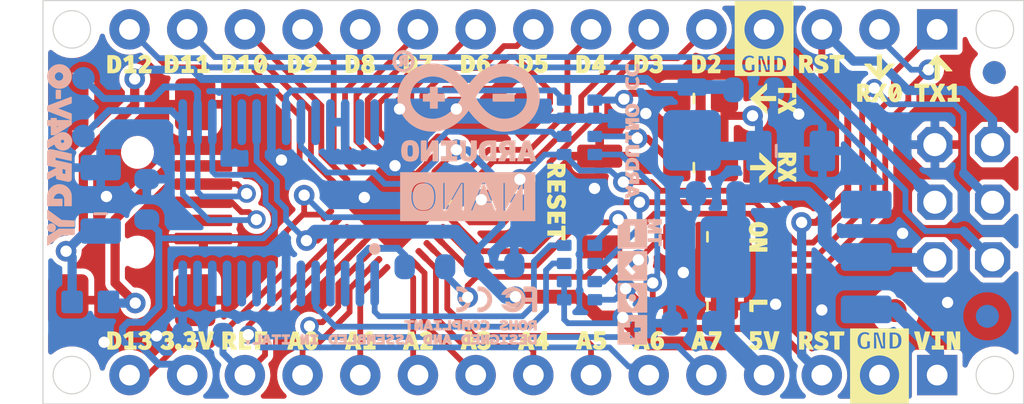
<source format=kicad_pcb>
(kicad_pcb (version 20241229) (generator "pcbnew") (generator_version "9.0")
  (layers (0 "F.Cu" signal) (2 "B.Cu" signal) (13 "F.Paste" user) (15 "B.Paste" user) (5 "F.SilkS" user "F.Silkscreen") (7 "B.SilkS" user "B.Silkscreen") (1 "F.Mask" user) (3 "B.Mask" user) (25 "Edge.Cuts" user))
  (net 0 "")
  (net 1 "/AREF")
  (net 2 "/RESET")
  (net 3 "Net-(C4-Pad2)")
  (net 4 "Net-(D+0-PadX)")
  (net 5 "Net-(D-0-PadX)")
  (net 6 "Net-(F1-Pad2)")
  (net 7 "/RX")
  (net 9 "/TX")
  (net 19 "Net-(IC1-Pad22)")
  (net 20 "Net-(IC1-Pad23)")
  (net 24 "COM")
  (net 25 "+5V")
  (net 26 "VIN")
  (net 27 "3V3")
  (net 28 "/D3")
  (net 29 "VUSB")
  (net 30 "/D4")
  (net 31 "Net-(IC3-Pad7)")
  (net 32 "Net-(IC3-Pad8)")
  (net 33 "/D5")
  (net 34 "/D6")
  (net 35 "/D7")
  (net 36 "/D8")
  (net 37 "/D9")
  (net 38 "/D10")
  (net 39 "/D11{slash}MOSI")
  (net 40 "/D12{slash}MISO")
  (net 41 "/D13{slash}SCK")
  (net 42 "/A6")
  (net 43 "/A7")
  (net 44 "/A0")
  (net 45 "/A1")
  (net 46 "/A2")
  (net 47 "/A3")
  (net 48 "/A4")
  (net 49 "/A5")
  (net 50 "/D0{slash}RX")
  (net 51 "/D1{slash}TX")
  (net 52 "/D2")
  (net 54 "Net-(PWR0-Pad1)")
  (net 55 "Net-(L0-Pad1)")
  (net 56 "Net-(RP2-Pad5)")
  (net 57 "Net-(RP2-Pad7)")
  (footprint "NanoV3.3:Fiducial_1mm_Mask1.5mm" (layer "F.Cu") (at 167.6146 95.885)
    (property "Reference" "FD2" (hide yes))
    (property "Value" "DNP" (hide yes))
  )
  (footprint "NanoV3.3:LED_0805_2012Metric" (layer "F.Cu") (at 154.686 97.028 90)
    (property "Reference" "TX0" (hide yes))
    (property "Value" "Green" (hide yes))
  )
  (footprint "NanoV3.3:Silkscreen_Front" (layer "F.Cu") (at 147.32 101.6)
    (property "Reference" "Silkscreen_Front" (hide yes))
    (property "Value" "Silkscreen_Back" (hide yes))
  )
  (footprint "NanoV3.3:LED_0805_2012Metric" (layer "F.Cu") (at 154.686 100.076 90)
    (property "Reference" "RX0" (hide yes))
    (property "Value" "Red" (hide yes))
  )
  (footprint "NanoV3.3:LED_0805_2012Metric" (layer "F.Cu") (at 154.686 103.124 -90)
    (property "Reference" "PWR0" (hide yes))
    (property "Value" "Green" (hide yes))
  )
  (footprint "NanoV3.3:Resonator_SMD_Murata_CSTxExxV-3Pin_3.0x1.1mm" (layer "F.Cu") (at 146.5834 97.2836 -45)
    (property "Reference" "Y1" (hide yes))
    (property "Value" "16MHz" (hide yes))
  )
  (footprint "NanoV3.3:USB_Mini-B_Lumberg_2486_01_Horizontal" (layer "F.Cu") (at 132.7912 103.2002 90)
    (property "Reference" "J3" (hide yes))
    (property "Value" "Conn_Mini_USB" (hide yes))
  )
  (footprint "NanoV3.3:TestPoint_Pad_D1.0mm" (layer "F.Cu") (at 127.508 98.679)
    (property "Reference" "D+0" (hide yes))
    (property "Value" "DNP" (hide yes))
  )
  (footprint "NanoV3.3:LED_0805_2012Metric" (layer "F.Cu") (at 154.686 106.172 -90)
    (property "Reference" "L0" (hide yes))
    (property "Value" "Yellow" (hide yes))
  )
  (footprint "NanoV3.3:SW_SPST_3.9x2.9mm" (layer "F.Cu") (at 150.241 99.568 -90)
    (property "Reference" "SW1" (hide yes))
    (property "Value" "RESET" (hide yes))
  )
  (footprint "NanoV3.3:VQFN-32-1EP_5x5mm_P0.5mm_EP3.254x3.254mm" (layer "F.Cu") (at 141.224 101.6508 -135)
    (property "Reference" "IC3" (hide yes))
    (property "Value" "328P-MUR" (hide yes))
  )
  (footprint "NanoV3.3:TestPoint_Pad_D1.0mm" (layer "F.Cu") (at 127.508 96.139)
    (property "Reference" "D-0" (hide yes))
    (property "Value" "DNP" (hide yes))
  )
  (footprint "NanoV3.3:PinHeader_2x3_P2.54mm_Vertical" (layer "F.Cu") (at 166.2684 101.6 90)
    (property "Reference" "J4" (hide yes))
    (property "Value" "Conn_2x3" (hide yes))
  )
  (footprint "NanoV3.3:Fiducial_1mm_Mask1.5mm" (layer "F.Cu") (at 163.2458 106.3752 -90)
    (property "Reference" "FD1" (hide yes))
    (property "Value" "DNP" (hide yes))
  )
  (footprint "NanoV3.3:C_0603_1608Metric" (layer "B.Cu") (at 154.305 106.934 180)
    (property "Reference" "C8" (hide yes))
    (property "Value" "1uF" (hide yes))
  )
  (footprint "NanoV3.3:C_0603_1608Metric" (layer "B.Cu") (at 145.5928 104.3686)
    (property "Reference" "C3" (hide yes))
    (property "Value" "1uF" (hide yes))
  )
  (footprint "NanoV3.3:Fiducial_1mm_Mask1.5mm" (layer "B.Cu") (at 167.3098 106.6292 90)
    (property "Reference" "FD3" (hide yes))
    (property "Value" "DNP" (hide yes))
  )
  (footprint "NanoV3.3:DO-220AA" (layer "B.Cu") (at 154.305 98.171 90)
    (property "Reference" "D1" (hide yes))
    (property "Value" "SS1P3L" (hide yes))
  )
  (footprint "NanoV3.3:PinHeader_1x15_P2.54mm_Vertical" (layer "B.Cu") (at 147.32 93.98 180)
    (property "Reference" "J1" (hide yes))
    (property "Value" "Conn_1x15" (hide yes))
  )
  (footprint "NanoV3.3:C_0603_1608Metric" (layer "B.Cu") (at 142.5448 104.4448 180)
    (property "Reference" "C4" (hide yes))
    (property "Value" "100nF" (hide yes))
  )
  (footprint "NanoV3.3:R_CAY16-4" (layer "B.Cu") (at 149.352 98.298 90)
    (property "Reference" "RP2" (hide yes))
    (property "Value" "1K" (hide yes))
  )
  (footprint "NanoV3.3:C_0603_1608Metric" (layer "B.Cu") (at 157.0228 96.647)
    (property "Reference" "C9" (hide yes))
    (property "Value" "100nF" (hide yes))
  )
  (footprint "NanoV3.3:C_0603_1608Metric" (layer "B.Cu") (at 132.765 107.4674 180)
    (property "Reference" "C1" (hide yes))
    (property "Value" "100nF" (hide yes))
  )
  (footprint "NanoV3.3:CP_EIA-3216-18_Kemet-A" (layer "B.Cu") (at 128.27 102.87 90)
    (property "Reference" "C2" (hide yes))
    (property "Value" "4,7uF_16V" (hide yes))
  )
  (footprint "NanoV3.3:PinHeader_1x15_P2.54mm_Vertical" (layer "B.Cu") (at 147.32 109.22 180)
    (property "Reference" "J2" (hide yes))
    (property "Value" "Conn_1x15" (hide yes))
  )
  (footprint "NanoV3.3:Fiducial_1mm_Mask1.5mm" (layer "B.Cu") (at 167.6146 95.885 90)
    (property "Reference" "FD4" (hide yes))
    (property "Value" "DNP" (hide yes))
  )
  (footprint "NanoV3.3:R_CAY16-4" (layer "B.Cu") (at 149.352 104.6988 -90)
    (property "Reference" "RP1" (hide yes))
    (property "Value" "1K" (hide yes))
  )
  (footprint "NanoV3.3:SOT-223" (layer "B.Cu") (at 158.877 104.013 -90)
    (property "Reference" "IC2" (hide yes))
    (property "Value" "LM1117IMPX-5.0" (hide yes))
  )
  (footprint "NanoV3.3:SSOP-28_5.3x10.2mm_P0.65mm" (layer "B.Cu") (at 140.335 105.1814 180)
    (property "Reference" "IC1" (hide yes))
    (property "Value" "FT232RL" (hide yes))
  )
  (footprint "NanoV3.3:Fuse_0603_1608Metric" (layer "B.Cu") (at 127.8128 105.9942)
    (property "Reference" "F1" (hide yes))
    (property "Value" "MFFSMF050" (hide yes))
  )
  (footprint "NanoV3.3:C_0603_1608Metric" (layer "B.Cu") (at 130.302 101.473 -90)
    (property "Reference" "C6" (hide yes))
    (property "Value" "100nF" (hide yes))
  )
  (footprint "NanoV3.3:CP_EIA-3216-18_Kemet-A" (layer "B.Cu") (at 157.2514 99.3394)
    (property "Reference" "C5" (hide yes))
    (property "Value" "4,7uF_16V" (hide yes))
  )
  (footprint "NanoV3.3:Silkscreen_Back" (layer "B.Cu") (at 147.32 101.6 180)
    (property "Reference" "Silkscreen_Back" (hide yes))
    (property "Value" "Silkscreen_Front" (hide yes))
  )
  (footprint "NanoV3.3:C_0603_1608Metric" (layer "B.Cu") (at 155.3718 101.219 180)
    (property "Reference" "C7" (hide yes))
    (property "Value" "1uF" (hide yes))
  )
  (gr_circle (center 167.64 109.22) (end 168.4655 109.22) (stroke (width 0.05)) (fill no) (layer "Edge.Cuts"))
  (gr_line (start 125.73 92.71) (end 125.73 110.49) (stroke (width 0.05)) (layer "Edge.Cuts"))
  (gr_circle (center 127 109.22) (end 127.8255 109.22) (stroke (width 0.05)) (fill no) (layer "Edge.Cuts"))
  (gr_line (start 168.91 110.49) (end 168.91 92.71) (stroke (width 0.05)) (layer "Edge.Cuts"))
  (gr_circle (center 127 93.98) (end 127.8255 93.98) (stroke (width 0.05)) (fill no) (layer "Edge.Cuts"))
  (gr_circle (center 167.64 93.98) (end 168.4655 93.98) (stroke (width 0.05)) (fill no) (layer "Edge.Cuts"))
  (gr_line (start 168.91 92.71) (end 125.73 92.71) (stroke (width 0.05)) (layer "Edge.Cuts"))
  (gr_line (start 125.73 110.49) (end 168.91 110.49) (stroke (width 0.05)) (layer "Edge.Cuts"))
  (segment (start 139.314812 103.206435) (end 135.508999 107.012248) (width 0.254) (layer "F.Cu") (net 1))
  (segment (start 135.508999 108.331001) (end 134.62 109.22) (width 0.254) (layer "F.Cu") (net 1))
  (segment (start 135.508999 107.012248) (end 135.508999 108.331001) (width 0.254) (layer "F.Cu") (net 1))
  (segment (start 133.654 107.4674) (end 133.654 108.254) (width 0.3048) (layer "B.Cu") (net 1))
  (segment (start 133.654 108.254) (end 134.62 109.22) (width 0.3048) (layer "B.Cu") (net 1))
  (segment (start 157.988 107.1626) (end 160.02 109.22) (width 0.3048) (layer "F.Cu") (net 2))
  (segment (start 152.781 107.1626) (end 152.273 106.68) (width 0.3048) (layer "F.Cu") (net 2))
  (segment (start 149.63 104.89) (end 144.81675 104.89) (width 0.254) (layer "F.Cu") (net 2))
  (segment (start 161.163 97.155) (end 161.163 101.092) (width 0.3048) (layer "F.Cu") (net 2))
  (segment (start 160.02 93.98) (end 160.02 96.012) (width 0.3048) (layer "F.Cu") (net 2))
  (segment (start 144.43 105.79) (end 144.43 105.27675) (width 0.254) (layer "F.Cu") (net 2))
  (segment (start 152.781 107.1626) (end 157.988 107.1626) (width 0.3048) (layer "F.Cu") (net 2))
  (segment (start 160.02 96.012) (end 161.163 97.155) (width 0.3048) (layer "F.Cu") (net 2))
  (segment (start 150.241 104.267) (end 150.241 103.5685) (width 0.3048) (layer "F.Cu") (net 2))
  (segment (start 151.384 105.41) (end 152.273 106.299) (width 0.3048) (layer "F.Cu") (net 2))
  (segment (start 152.273 106.299) (end 152.273 106.68) (width 0.3048) (layer "F.Cu") (net 2))
  (segment (start 159.766 102.489) (end 159.131 102.489) (width 0.3048) (layer "F.Cu") (net 2))
  (segment (start 144.81675 104.89) (end 143.133187 103.206438) (width 0.254) (layer "F.Cu") (net 2))
  (segment (start 151.384 105.41) (end 150.241 104.267) (width 0.3048) (layer "F.Cu") (net 2))
  (segment (start 144.43 105.27675) (end 144.81675 104.89) (width 0.254) (layer "F.Cu") (net 2))
  (segment (start 149.63 104.89) (end 150.241 104.279) (width 0.254) (layer "F.Cu") (net 2))
  (segment (start 161.163 101.092) (end 159.766 102.489) (width 0.3048) (layer "F.Cu") (net 2))
  (via (at 159.131 102.489) (size 0.9064) (drill 0.5) (layers "F.Cu" "B.Cu") (net 2))
  (via (at 151.384 105.41) (size 0.9064) (drill 0.5) (layers "F.Cu" "B.Cu") (net 2))
  (via (at 144.43 105.79) (size 0.9064) (drill 0.5) (layers "F.Cu" "B.Cu") (net 2))
  (segment (start 143.4338 104.4448) (end 143.4338 104.7938) (width 0.3048) (layer "B.Cu") (net 2))
  (segment (start 143.4338 104.7938) (end 144.43 105.79) (width 0.3048) (layer "B.Cu") (net 2))
  (segment (start 162.5092 95.377) (end 163.8046 96.6724) (width 0.4064) (layer "B.Cu") (net 2))
  (segment (start 167.5384 99.06) (end 167.5384 97.9678) (width 0.4064) (layer "B.Cu") (net 2))
  (segment (start 167.5384 97.9678) (end 166.243 96.6724) (width 0.4064) (layer "B.Cu") (net 2))
  (segment (start 161.417 95.377) (end 162.5092 95.377) (width 0.4064) (layer "B.Cu") (net 2))
  (segment (start 159.131 108.331) (end 160.02 109.22) (width 0.4064) (layer "B.Cu") (net 2))
  (segment (start 159.131 102.489) (end 159.131 108.331) (width 0.4064) (layer "B.Cu") (net 2))
  (segment (start 160.02 93.98) (end 161.417 95.377) (width 0.4064) (layer "B.Cu") (net 2))
  (segment (start 150.8952 105.8988) (end 151.384 105.41) (width 0.254) (layer "B.Cu") (net 2))
  (segment (start 150.027 105.8988) (end 150.8952 105.8988) (width 0.254) (layer "B.Cu") (net 2))
  (segment (start 163.8046 96.6724) (end 166.243 96.6724) (width 0.4064) (layer "B.Cu") (net 2))
  (segment (start 141.351 103.632) (end 141.6558 103.9368) (width 0.3048) (layer "B.Cu") (net 3))
  (segment (start 139.6848 104.025717) (end 139.6848 105.1814) (width 0.3048) (layer "B.Cu") (net 3))
  (segment (start 140.078517 103.632) (end 139.6848 104.025717) (width 0.3048) (layer "B.Cu") (net 3))
  (segment (start 141.351 103.632) (end 140.078517 103.632) (width 0.3048) (layer "B.Cu") (net 3))
  (segment (start 141.6558 103.9368) (end 141.6558 104.4448) (width 0.3048) (layer "B.Cu") (net 3))
  (segment (start 134.467981 102.0318) (end 134.7978 102.0318) (width 0.254) (layer "F.Cu") (net 4))
  (segment (start 134.036381 101.6002) (end 134.467981 102.0318) (width 0.254) (layer "F.Cu") (net 4))
  (segment (start 132.7912 101.6002) (end 134.036381 101.6002) (width 0.254) (layer "F.Cu") (net 4))
  (segment (start 134.7978 102.0318) (end 135.128 102.362) (width 0.254) (layer "F.Cu") (net 4))
  (via (at 135.128 102.362) (size 0.8128) (drill 0.5) (layers "F.Cu" "B.Cu") (net 4))
  (segment (start 131.8895 98.171) (end 131.8895 101.2495) (width 0.254) (layer "B.Cu") (net 4))
  (segment (start 131.3769 97.5614) (end 131.8849 98.0694) (width 0.3048) (layer "B.Cu") (net 4))
  (segment (start 133.03 102.39) (end 135.1 102.39) (width 0.254) (layer "B.Cu") (net 4))
  (segment (start 131.8895 101.2495) (end 133.03 102.39) (width 0.254) (layer "B.Cu") (net 4))
  (segment (start 127.508 98.679) (end 128.6256 97.5614) (width 0.3048) (layer "B.Cu") (net 4))
  (segment (start 128.6256 97.5614) (end 131.3769 97.5614) (width 0.3048) (layer "B.Cu") (net 4))
  (segment (start 135.1 102.39) (end 135.128 102.362) (width 0.254) (layer "B.Cu") (net 4))
  (segment (start 132.7912 100.8002) (end 134.2774 100.8002) (width 0.254) (layer "F.Cu") (net 5))
  (segment (start 134.2774 100.8002) (end 134.6962 101.219) (width 0.254) (layer "F.Cu") (net 5))
  (via (at 134.6962 101.219) (size 0.8128) (drill 0.5) (layers "F.Cu" "B.Cu") (net 5))
  (segment (start 128.397 97.028) (end 127.508 96.139) (width 0.3048) (layer "B.Cu") (net 5))
  (segment (start 132.5352 98.0694) (end 132.5352 96.7212) (width 0.3048) (layer "B.Cu") (net 5))
  (segment (start 131.064 96.52) (end 132.334 96.52) (width 0.3048) (layer "B.Cu") (net 5))
  (segment (start 131.064 96.52) (end 130.556 97.028) (width 0.3048) (layer "B.Cu") (net 5))
  (segment (start 132.7404 101.346) (end 134.5692 101.346) (width 0.254) (layer "B.Cu") (net 5))
  (segment (start 132.5372 101.1428) (end 132.7404 101.346) (width 0.254) (layer "B.Cu") (net 5))
  (segment (start 134.5692 101.346) (end 134.6962 101.219) (width 0.254) (layer "B.Cu") (net 5))
  (segment (start 130.556 97.028) (end 128.397 97.028) (width 0.3048) (layer "B.Cu") (net 5))
  (segment (start 132.5352 96.7212) (end 132.334 96.52) (width 0.3048) (layer "B.Cu") (net 5))
  (segment (start 132.5372 98.0567) (end 132.5372 101.1428) (width 0.254) (layer "B.Cu") (net 5))
  (segment (start 132.7912 100.0002) (end 131.2668 100.0002) (width 0.4064) (layer "F.Cu") (net 6))
  (segment (start 128.905 105.156) (end 129.794 106.045) (width 0.4064) (layer "F.Cu") (net 6))
  (segment (start 131.2668 100.0002) (end 128.905 102.362) (width 0.4064) (layer "F.Cu") (net 6))
  (segment (start 128.905 102.362) (end 128.905 105.156) (width 0.4064) (layer "F.Cu") (net 6))
  (via (at 129.794 106.045) (size 0.9064) (drill 0.5) (layers "F.Cu" "B.Cu") (net 6))
  (segment (start 128.6636 106.045) (end 129.794 106.045) (width 0.4064) (layer "B.Cu") (net 6))
  (segment (start 140.5382 106.6292) (end 146.8374 106.6292) (width 0.254) (layer "B.Cu") (net 7))
  (segment (start 148.677 103.4988) (end 148.0628 103.4988) (width 0.254) (layer "B.Cu") (net 7))
  (segment (start 147.3454 106.1212) (end 147.3454 104.2162) (width 0.254) (layer "B.Cu") (net 7))
  (segment (start 146.8374 106.6292) (end 147.3454 106.1212) (width 0.254) (layer "B.Cu") (net 7))
  (segment (start 140.335 106.426) (end 140.5382 106.6292) (width 0.254) (layer "B.Cu") (net 7))
  (segment (start 148.0628 103.4988) (end 147.3454 104.2162) (width 0.254) (layer "B.Cu") (net 7))
  (segment (start 140.335 106.426) (end 140.335 105.1814) (width 0.254) (layer "B.Cu") (net 7))
  (segment (start 148.1772 104.2988) (end 148.677 104.2988) (width 0.254) (layer "B.Cu") (net 9))
  (segment (start 138.6078 107.0864) (end 147.1676 107.0864) (width 0.254) (layer "B.Cu") (net 9))
  (segment (start 147.1676 107.0864) (end 147.8788 106.3752) (width 0.254) (layer "B.Cu") (net 9))
  (segment (start 147.8788 106.3752) (end 147.8788 104.5972) (width 0.254) (layer "B.Cu") (net 9))
  (segment (start 147.8788 104.5972) (end 148.1772 104.2988) (width 0.254) (layer "B.Cu") (net 9))
  (segment (start 137.7348 105.1814) (end 137.7348 106.2134) (width 0.254) (layer "B.Cu") (net 9))
  (segment (start 137.7348 106.2134) (end 138.6078 107.0864) (width 0.254) (layer "B.Cu") (net 9))
  (segment (start 148.677 97.098) (end 148.2514 96.6724) (width 0.254) (layer "B.Cu") (net 19))
  (segment (start 136.6774 96.6724) (end 136.4353 96.9145) (width 0.254) (layer "B.Cu") (net 19))
  (segment (start 148.2514 96.6724) (end 136.6774 96.6724) (width 0.254) (layer "B.Cu") (net 19))
  (segment (start 136.4353 96.9145) (end 136.4353 98.0694) (width 0.254) (layer "B.Cu") (net 19))
  (segment (start 140.28 100.29) (end 138.23 100.29) (width 0.254) (layer "B.Cu") (net 20))
  (segment (start 148.658 98.679) (end 148.319 98.679) (width 0.254) (layer "B.Cu") (net 20))
  (segment (start 137.0851 99.1451) (end 138.23 100.29) (width 0.254) (layer "B.Cu") (net 20))
  (segment (start 140.78 100.79) (end 140.28 100.29) (width 0.254) (layer "B.Cu") (net 20))
  (segment (start 141.98 100.79) (end 140.78 100.79) (width 0.254) (layer "B.Cu") (net 20))
  (segment (start 148.13 98.49) (end 143.53 98.49) (width 0.254) (layer "B.Cu") (net 20))
  (segment (start 143.03 99.74) (end 143.03 98.99) (width 0.254) (layer "B.Cu") (net 20))
  (segment (start 137.0851 98.0694) (end 137.0851 99.1451) (width 0.254) (layer "B.Cu") (net 20))
  (segment (start 141.98 100.79) (end 143.03 99.74) (width 0.254) (layer "B.Cu") (net 20))
  (segment (start 148.658 98.679) (end 148.677 98.698) (width 0.254) (layer "B.Cu") (net 20))
  (segment (start 143.03 98.99) (end 143.53 98.49) (width 0.254) (layer "B.Cu") (net 20))
  (segment (start 148.319 98.679) (end 148.13 98.49) (width 0.254) (layer "B.Cu") (net 20))
  (segment (start 142.779635 99.741612) (end 141.224 101.297247) (width 0.254) (layer "F.Cu") (net 24))
  (segment (start 132.7912 103.2002) (end 132.7912 103.8606) (width 0.4064) (layer "F.Cu") (net 24))
  (segment (start 142.28466 101.6508) (end 141.224 101.6508) (width 0.254) (layer "F.Cu") (net 24))
  (segment (start 143.486742 100.448718) (end 142.28466 101.6508) (width 0.254) (layer "F.Cu") (net 24))
  (segment (start 141.224 102.004353) (end 141.224 101.6508) (width 0.254) (layer "F.Cu") (net 24))
  (segment (start 132.4312 104.2206) (end 132.7912 103.8606) (width 0.4064) (layer "F.Cu") (net 24))
  (segment (start 132.4312 105.9177) (end 132.4312 104.2206) (width 0.4064) (layer "F.Cu") (net 24))
  (segment (start 141.224 101.297247) (end 141.224 101.6508) (width 0.254) (layer "F.Cu") (net 24))
  (segment (start 139.668365 103.559988) (end 141.224 102.004353) (width 0.254) (layer "F.Cu") (net 24))
  (via (at 141.23 99.99) (size 0.9064) (drill 0.5) (layers "F.Cu" "B.Cu") (net 24))
  (via (at 165.5572 106.0196) (size 0.9064) (drill 0.5) (layers "F.Cu" "B.Cu") (net 24))
  (via (at 150.0124 100.9904) (size 0.8128) (drill 0.5) (layers "F.Cu" "B.Cu") (net 24))
  (via (at 141.43 97.49) (size 0.9064) (drill 0.5) (layers "F.Cu" "B.Cu") (net 24))
  (via (at 157.988 106.0958) (size 0.8128) (drill 0.5) (layers "F.Cu" "B.Cu") (net 24))
  (via (at 139.88 101.39) (size 0.9064) (drill 0.5) (layers "F.Cu" "B.Cu") (net 24))
  (via (at 128.524 101.346) (size 0.9064) (drill 0.5) (layers "F.Cu" "B.Cu") (net 24))
  (via (at 143.93 97.49) (size 0.9064) (drill 0.5) (layers "F.Cu" "B.Cu") (net 24))
  (via (at 152.273 97.6884) (size 0.8128) (drill 0.5) (layers "F.Cu" "B.Cu") (net 24))
  (via (at 153.924 104.6988) (size 0.8128) (drill 0.5) (layers "F.Cu" "B.Cu") (net 24))
  (via (at 130.73 107.49) (size 0.9064) (drill 0.5) (layers "F.Cu" "B.Cu") (net 24))
  (via (at 128.4224 107.7722) (size 0.8128) (drill 0.5) (layers "F.Cu" "B.Cu") (net 24))
  (via (at 163.576 102.9716) (size 0.8128) (drill 0.5) (layers "F.Cu" "B.Cu") (net 24))
  (via (at 136.23 99.74) (size 0.9064) (drill 0.5) (layers "F.Cu" "B.Cu") (net 24))
  (via (at 160.02 106.3498) (size 0.8128) (drill 0.5) (layers "F.Cu" "B.Cu") (net 24))
  (via (at 159.004 97.7138) (size 0.8128) (drill 0.5) (layers "F.Cu" "B.Cu") (net 24))
  (segment (start 148.677 97.898) (end 150.027 97.898) (width 0.4064) (layer "B.Cu") (net 24))
  (segment (start 155.736011 100.076) (end 155.736011 97.028) (width 0.3556) (layer "F.Cu") (net 25))
  (segment (start 152.4 107.823) (end 151.257 106.68) (width 0.6096) (layer "F.Cu") (net 25))
  (segment (start 156.21 107.823) (end 157.48 109.22) (width 0.6096) (layer "F.Cu") (net 25))
  (segment (start 143.93 99.298353) (end 143.93 99.29) (width 0.254) (layer "F.Cu") (net 25))
  (segment (start 152.4 107.823) (end 156.21 107.823) (width 0.6096) (layer "F.Cu") (net 25))
  (segment (start 150.2156 106.68) (end 151.257 106.68) (width 0.6096) (layer "F.Cu") (net 25))
  (segment (start 146.5326 105.7656) (end 149.3012 105.7656) (width 0.6096) (layer "F.Cu") (net 25))
  (segment (start 143.133188 100.095165) (end 143.93 99.298353) (width 0.254) (layer "F.Cu") (net 25))
  (segment (start 138.607705 102.499328) (end 137.817033 103.29) (width 0.254) (layer "F.Cu") (net 25))
  (segment (start 156.972 97.79) (end 155.736011 97.79) (width 0.3556) (layer "F.Cu") (net 25))
  (segment (start 150.2156 106.68) (end 149.3012 105.7656) (width 0.6096) (layer "F.Cu") (net 25))
  (segment (start 143.3444 98.7044) (end 143.93 99.29) (width 0.254) (layer "F.Cu") (net 25))
  (segment (start 137.817033 103.29) (end 137.33 103.29) (width 0.254) (layer "F.Cu") (net 25))
  (segment (start 142.426082 99.388058) (end 143.10974 98.7044) (width 0.254) (layer "F.Cu") (net 25))
  (segment (start 143.10974 98.7044) (end 143.3444 98.7044) (width 0.254) (layer "F.Cu") (net 25))
  (via (at 143.93 99.29) (size 0.9064) (drill 0.5) (layers "F.Cu" "B.Cu") (net 25))
  (via (at 156.972 97.79) (size 0.9064) (drill 0.5) (layers "F.Cu" "B.Cu") (net 25))
  (via (at 151.257 106.68) (size 0.9064) (drill 0.5) (layers "F.Cu" "B.Cu") (net 25))
  (via (at 137.33 103.29) (size 0.9064) (drill 0.5) (layers "F.Cu" "B.Cu") (net 25))
  (via (at 146.5326 105.7656) (size 0.9064) (drill 0.5) (layers "F.Cu" "B.Cu") (net 25))
  (segment (start 148.677 105.0988) (end 148.677 105.8988) (width 0.254) (layer "B.Cu") (net 25))
  (segment (start 156.2608 101.219) (end 157.988 101.219) (width 0.8128) (layer "B.Cu") (net 25))
  (segment (start 157.2514 98.0694) (end 157.2514 99.3394) (width 0.3556) (layer "B.Cu") (net 25))
  (segment (start 135.1351 98.0694) (end 135.1351 99.7849) (width 0.254) (layer "B.Cu") (net 25))
  (segment (start 146.1008 105.7656) (end 144.7038 104.3686) (width 0.6096) (layer "B.Cu") (net 25))
  (segment (start 151.003 106.934) (end 151.257 106.68) (width 0.254) (layer "B.Cu") (net 25))
  (segment (start 154.305 98.871) (end 154.7734 99.3394) (width 0.8128) (layer "B.Cu") (net 25))
  (segment (start 159.385 101.219) (end 157.988 101.219) (width 0.6096) (layer "B.Cu") (net 25))
  (segment (start 162.1028 104.14) (end 164.9984 104.14) (width 0.6096) (layer "B.Cu") (net 25))
  (segment (start 136.43 102.39) (end 137.33 103.29) (width 0.254) (layer "B.Cu") (net 25))
  (segment (start 155.778 107.518) (end 157.48 109.22) (width 0.8128) (layer "B.Cu") (net 25))
  (segment (start 161.9758 104.013) (end 160.909 104.013) (width 0.6096) (layer "B.Cu") (net 25))
  (segment (start 145.93 102.59) (end 145.93 100.79) (width 0.3048) (layer "B.Cu") (net 25))
  (segment (start 155.778 104.013) (end 155.778 107.518) (width 0.8128) (layer "B.Cu") (net 25))
  (segment (start 136.03 101.49) (end 136.03 100.6798) (width 0.254) (layer "B.Cu") (net 25))
  (segment (start 136.43 101.89) (end 136.03 101.49) (width 0.254) (layer "B.Cu") (net 25))
  (segment (start 137.723 102.897) (end 137.33 103.29) (width 0.6096) (layer "B.Cu") (net 25))
  (segment (start 145.7364 102.7836) (end 145.93 102.59) (width 0.3048) (layer "B.Cu") (net 25))
  (segment (start 136.43 101.89) (end 136.43 102.39) (width 0.254) (layer "B.Cu") (net 25))
  (segment (start 157.2514 99.3394) (end 157.2514 101.219) (width 0.8128) (layer "B.Cu") (net 25))
  (segment (start 144.7038 103.8098) (end 144.7038 104.3686) (width 0.6096) (layer "B.Cu") (net 25))
  (segment (start 160.147 103.251) (end 160.147 101.981) (width 0.6096) (layer "B.Cu") (net 25))
  (segment (start 145.73 102.7836) (end 145.7364 102.7836) (width 0.3048) (layer "B.Cu") (net 25))
  (segment (start 160.909 104.013) (end 160.147 103.251) (width 0.6096) (layer "B.Cu") (net 25))
  (segment (start 154.7734 99.3394) (end 157.2514 99.3394) (width 0.8128) (layer "B.Cu") (net 25))
  (segment (start 156.2608 101.219) (end 156.2608 103.5302) (width 0.8128) (layer "B.Cu") (net 25))
  (segment (start 138.384991 105.1814) (end 138.384991 102.897) (width 0.3048) (layer "B.Cu") (net 25))
  (segment (start 161.9758 104.013) (end 162.1028 104.14) (width 0.6096) (layer "B.Cu") (net 25))
  (segment (start 146.5326 105.7656) (end 146.1008 105.7656) (width 0.6096) (layer "B.Cu") (net 25))
  (segment (start 145.73 102.7836) (end 144.7038 103.8098) (width 0.3048) (layer "B.Cu") (net 25))
  (segment (start 144.43 99.29) (end 143.93 99.29) (width 0.3048) (layer "B.Cu") (net 25))
  (segment (start 136.03 100.6798) (end 135.1351 99.7849) (width 0.254) (layer "B.Cu") (net 25))
  (segment (start 160.147 101.981) (end 159.385 101.219) (width 0.6096) (layer "B.Cu") (net 25))
  (segment (start 148.677 105.8988) (end 148.677 106.767) (width 0.254) (layer "B.Cu") (net 25))
  (segment (start 143.891 102.897) (end 137.723 102.897) (width 0.6096) (layer "B.Cu") (net 25))
  (segment (start 144.7038 103.8098) (end 143.891 102.897) (width 0.6096) (layer "B.Cu") (net 25))
  (segment (start 148.844 106.934) (end 151.003 106.934) (width 0.254) (layer "B.Cu") (net 25))
  (segment (start 156.2608 103.5302) (end 155.778 104.013) (width 0.8128) (layer "B.Cu") (net 25))
  (segment (start 156.972 97.79) (end 157.2514 98.0694) (width 0.3556) (layer "B.Cu") (net 25))
  (segment (start 145.93 100.79) (end 144.43 99.29) (width 0.3048) (layer "B.Cu") (net 25))
  (segment (start 148.677 106.767) (end 148.844 106.934) (width 0.254) (layer "B.Cu") (net 25))
  (segment (start 165.1 108.204) (end 165.1 109.22) (width 0.6096) (layer "B.Cu") (net 26))
  (segment (start 161.9758 106.3244) (end 163.2204 106.3244) (width 0.6096) (layer "B.Cu") (net 26))
  (segment (start 163.2204 106.3244) (end 165.1 108.204) (width 0.6096) (layer "B.Cu") (net 26))
  (segment (start 129.48 106.89) (end 129.23 107.14) (width 0.3048) (layer "B.Cu") (net 27))
  (segment (start 133.1849 100.2449) (end 133.33 100.39) (width 0.254) (layer "B.Cu") (net 27))
  (segment (start 133.33 100.39) (end 135.0356 100.39) (width 0.254) (layer "B.Cu") (net 27))
  (segment (start 130.83 106.19) (end 130.13 106.89) (width 0.3048) (layer "B.Cu") (net 27))
  (segment (start 130.13 106.89) (end 129.48 106.89) (width 0.3048) (layer "B.Cu") (net 27))
  (segment (start 130.03 107.94) (end 130.83 108.74) (width 0.3048) (layer "B.Cu") (net 27))
  (segment (start 135.0356 100.39) (end 135.0356 100.3956) (width 0.254) (layer "B.Cu") (net 27))
  (segment (start 129.23 107.14) (end 129.23 107.69) (width 0.3048) (layer "B.Cu") (net 27))
  (segment (start 130.83 102.89) (end 130.83 106.19) (width 0.3048) (layer "B.Cu") (net 27))
  (segment (start 129.48 107.94) (end 130.03 107.94) (width 0.3048) (layer "B.Cu") (net 27))
  (segment (start 130.302 102.362) (end 130.83 102.89) (width 0.3048) (layer "B.Cu") (net 27))
  (segment (start 135.93 102.69) (end 135.43 103.19) (width 0.254) (layer "B.Cu") (net 27))
  (segment (start 135.93 102.04) (end 135.53 101.64) (width 0.254) (layer "B.Cu") (net 27))
  (segment (start 135.430006 103.189989) (end 130.82999 103.189989) (width 0.254) (layer "B.Cu") (net 27))
  (segment (start 133.1849 98.0694) (end 133.1849 100.2449) (width 0.254) (layer "B.Cu") (net 27))
  (segment (start 130.83 108.74) (end 131.6 108.74) (width 0.3048) (layer "B.Cu") (net 27))
  (segment (start 132.08 109.22) (end 131.599991 108.739991) (width 0.3048) (layer "B.Cu") (net 27))
  (segment (start 135.93 102.69) (end 135.93 102.04) (width 0.254) (layer "B.Cu") (net 27))
  (segment (start 135.0356 100.3956) (end 135.53 100.89) (width 0.254) (layer "B.Cu") (net 27))
  (segment (start 135.53 101.64) (end 135.53 100.89) (width 0.254) (layer "B.Cu") (net 27))
  (segment (start 129.23 107.69) (end 129.48 107.94) (width 0.3048) (layer "B.Cu") (net 27))
  (segment (start 145.559673 99.79) (end 147.352 99.79) (width 0.254) (layer "F.Cu") (net 28))
  (segment (start 144.193848 101.155825) (end 145.559673 99.79) (width 0.254) (layer "F.Cu") (net 28))
  (segment (start 149.4282 96.9518) (end 149.4282 97.7138) (width 0.254) (layer "F.Cu") (net 28))
  (segment (start 149.4282 97.7138) (end 147.352 99.79) (width 0.254) (layer "F.Cu") (net 28))
  (segment (start 152.4 93.98) (end 149.4282 96.9518) (width 0.254) (layer "F.Cu") (net 28))
  (segment (start 129.7686 96.1644) (end 129.7686 97.3074) (width 0.4064) (layer "F.Cu") (net 29))
  (segment (start 127.508 99.568) (end 127.508 102.997) (width 0.4064) (layer "F.Cu") (net 29))
  (segment (start 127.508 99.568) (end 129.7686 97.3074) (width 0.4064) (layer "F.Cu") (net 29))
  (segment (start 127.508 102.997) (end 126.746 103.759) (width 0.4064) (layer "F.Cu") (net 29))
  (via (at 129.7686 96.1644) (size 0.9064) (drill 0.5) (layers "F.Cu" "B.Cu") (net 29))
  (via (at 126.746 103.759) (size 0.9064) (drill 0.5) (layers "F.Cu" "B.Cu") (net 29))
  (segment (start 154.304 96.52) (end 152.6794 96.52) (width 0.3556) (layer "B.Cu") (net 29))
  (segment (start 127.0128 104.0258) (end 126.746 103.759) (width 0.4064) (layer "B.Cu") (net 29))
  (segment (start 152.2984 96.1644) (end 132.7404 96.1644) (width 0.3556) (layer "B.Cu") (net 29))
  (segment (start 152.6794 96.52) (end 152.4762 96.3168) (width 0.3556) (layer "B.Cu") (net 29))
  (segment (start 128.27 102.87) (end 127.635 102.87) (width 0.4064) (layer "B.Cu") (net 29))
  (segment (start 132.334 95.758) (end 130.175 95.758) (width 0.3556) (layer "B.Cu") (net 29))
  (segment (start 127.0128 105.9942) (end 127.0128 104.0258) (width 0.4064) (layer "B.Cu") (net 29))
  (segment (start 127.635 102.87) (end 126.746 103.759) (width 0.4064) (layer "B.Cu") (net 29))
  (segment (start 132.7404 96.1644) (end 132.334 95.758) (width 0.3556) (layer "B.Cu") (net 29))
  (segment (start 152.2984 96.1644) (end 152.4762 96.3168) (width 0.3556) (layer "B.Cu") (net 29))
  (segment (start 130.175 95.758) (end 129.7686 96.1644) (width 0.3556) (layer "B.Cu") (net 29))
  (segment (start 156.0078 96.521) (end 154.305 96.521) (width 0.6096) (layer "B.Cu") (net 29))
  (segment (start 156.1338 96.647) (end 156.0078 96.521) (width 0.6096) (layer "B.Cu") (net 29))
  (segment (start 143.840295 100.802272) (end 145.352567 99.29) (width 0.254) (layer "F.Cu") (net 30))
  (segment (start 149.86 93.98) (end 149.86 94.234) (width 0.254) (layer "F.Cu") (net 30))
  (segment (start 145.352567 99.29) (end 147.1662 99.29) (width 0.254) (layer "F.Cu") (net 30))
  (segment (start 148.8186 95.2754) (end 148.8186 97.6376) (width 0.254) (layer "F.Cu") (net 30))
  (segment (start 148.8186 97.6376) (end 147.1662 99.29) (width 0.254) (layer "F.Cu") (net 30))
  (segment (start 149.86 94.234) (end 148.8186 95.2754) (width 0.254) (layer "F.Cu") (net 30))
  (segment (start 142.93 97.0746) (end 143.40888 96.59572) (width 0.254) (layer "F.Cu") (net 31))
  (segment (start 142.93 98.177033) (end 142.93 97.0746) (width 0.254) (layer "F.Cu") (net 31))
  (segment (start 143.40888 96.59572) (end 145.857066 96.59572) (width 0.254) (layer "F.Cu") (net 31))
  (segment (start 142.072528 99.034505) (end 142.93 98.177033) (width 0.254) (layer "F.Cu") (net 31))
  (segment (start 146.23 95.19) (end 145.281 96.139) (width 0.254) (layer "F.Cu") (net 32))
  (segment (start 148.0566 96.6978) (end 146.5488 95.19) (width 0.254) (layer "F.Cu") (net 32))
  (segment (start 142.43 96.89) (end 142.43 97.969927) (width 0.254) (layer "F.Cu") (net 32))
  (segment (start 148.0566 97.224614) (end 148.0566 96.6978) (width 0.254) (layer "F.Cu") (net 32))
  (segment (start 146.5488 95.19) (end 146.23 95.19) (width 0.254) (layer "F.Cu") (net 32))
  (segment (start 147.290507 97.990707) (end 148.0566 97.224614) (width 0.254) (layer "F.Cu") (net 32))
  (segment (start 143.181 96.139) (end 142.43 96.89) (width 0.254) (layer "F.Cu") (net 32))
  (segment (start 142.43 97.969927) (end 141.718975 98.680952) (width 0.254) (layer "F.Cu") (net 32))
  (segment (start 145.281 96.139) (end 143.181 96.139) (width 0.254) (layer "F.Cu") (net 32))
  (segment (start 146.5834 94.7166) (end 147.32 93.98) (width 0.254) (layer "F.Cu") (net 33))
  (segment (start 140.53 98.481927) (end 140.53 97.2394) (width 0.254) (layer "F.Cu") (net 33))
  (segment (start 142.08808 95.68228) (end 145.05892 95.68228) (width 0.254) (layer "F.Cu") (net 33))
  (segment (start 140.729025 98.680952) (end 140.53 98.481927) (width 0.254) (layer "F.Cu") (net 33))
  (segment (start 140.53 97.2394) (end 142.0876 95.6818) (width 0.254) (layer "F.Cu") (net 33))
  (segment (start 145.05892 95.68228) (end 146.0246 94.7166) (width 0.254) (layer "F.Cu") (net 33))
  (segment (start 146.0246 94.7166) (end 146.5834 94.7166) (width 0.254) (layer "F.Cu") (net 33))
  (segment (start 142.0876 95.6818) (end 142.08808 95.68228) (width 0.254) (layer "F.Cu") (net 33))
  (segment (start 143.5354 95.2246) (end 144.78 93.98) (width 0.254) (layer "F.Cu") (net 34))
  (segment (start 140.03 97.079) (end 141.8844 95.2246) (width 0.254) (layer "F.Cu") (net 34))
  (segment (start 140.03 98.689033) (end 140.03 97.079) (width 0.254) (layer "F.Cu") (net 34))
  (segment (start 140.375472 99.034505) (end 140.03 98.689033) (width 0.254) (layer "F.Cu") (net 34))
  (segment (start 141.8844 95.2246) (end 143.5354 95.2246) (width 0.254) (layer "F.Cu") (net 34))
  (segment (start 140.021918 99.388058) (end 139.53 98.89614) (width 0.254) (layer "F.Cu") (net 35))
  (segment (start 142.24 93.98) (end 142.24 94.18) (width 0.254) (layer "F.Cu") (net 35))
  (segment (start 139.53 98.89614) (end 139.53 96.89) (width 0.254) (layer "F.Cu") (net 35))
  (segment (start 139.53 96.89) (end 142.24 94.18) (width 0.254) (layer "F.Cu") (net 35))
  (segment (start 139.03 99.103247) (end 139.03 96.69) (width 0.254) (layer "F.Cu") (net 36))
  (segment (start 139.668365 99.741612) (end 139.03 99.103247) (width 0.254) (layer "F.Cu") (net 36))
  (segment (start 139.7 93.98) (end 139.7 96.02) (width 0.254) (layer "F.Cu") (net 36))
  (segment (start 139.7 96.02) (end 139.03 96.69) (width 0.254) (layer "F.Cu") (net 36))
  (segment (start 138.53 95.35) (end 137.16 93.98) (width 0.254) (layer "F.Cu") (net 37))
  (segment (start 139.314812 100.095165) (end 138.53 99.310353) (width 0.254) (layer "F.Cu") (net 37))
  (segment (start 138.53 99.310353) (end 138.53 95.35) (width 0.254) (layer "F.Cu") (net 37))
  (segment (start 138.961258 100.448718) (end 137.98672 99.47418) (width 0.254) (layer "F.Cu") (net 38))
  (segment (start 137.98672 99.47418) (end 137.98672 97.34672) (width 0.254) (layer "F.Cu") (net 38))
  (segment (start 137.98672 97.34672) (end 134.62 93.98) (width 0.254) (layer "F.Cu") (net 38))
  (segment (start 132.08 93.98) (end 133.29968 95.19968) (width 0.254) (layer "F.Cu") (net 39))
  (segment (start 137.53 97.5504) (end 135.1788 95.1992) (width 0.254) (layer "F.Cu") (net 39))
  (segment (start 133.29968 95.19968) (end 135.17832 95.19968) (width 0.254) (layer "F.Cu") (net 39))
  (segment (start 138.607705 100.802272) (end 137.53 99.724567) (width 0.254) (layer "F.Cu") (net 39))
  (segment (start 137.53 99.724567) (end 137.53 97.5504) (width 0.254) (layer "F.Cu") (net 39))
  (segment (start 135.17832 95.19968) (end 135.1788 95.1992) (width 0.254) (layer "F.Cu") (net 39))
  (segment (start 132.08 93.98) (end 133.29968 95.19968) (width 0.254) (layer "B.Cu") (net 39))
  (segment (start 164.9984 101.4984) (end 164.9984 101.6) (width 0.6096) (layer "B.Cu") (net 39))
  (segment (start 133.29968 95.19968) (end 158.69968 95.19968) (width 0.254) (layer "B.Cu") (net 39))
  (segment (start 164.3634 100.8634) (end 159.0929 95.5929) (width 0.4064) (layer "B.Cu") (net 39))
  (segment (start 158.69968 95.19968) (end 159.0929 95.5929) (width 0.254) (layer "B.Cu") (net 39))
  (segment (start 164.3634 100.8634) (end 164.9984 101.4984) (width 0.6096) (layer "B.Cu") (net 39))
  (segment (start 159.0929 95.5929) (end 158.6992 95.1992) (width 0.4064) (layer "B.Cu") (net 39))
  (segment (start 138.254152 101.155825) (end 137.03 99.931673) (width 0.254) (layer "F.Cu") (net 40))
  (segment (start 134.8994 95.6564) (end 131.2164 95.6564) (width 0.254) (layer "F.Cu") (net 40))
  (segment (start 137.03 97.787) (end 134.8994 95.6564) (width 0.254) (layer "F.Cu") (net 40))
  (segment (start 129.54 93.98) (end 131.2164 95.6564) (width 0.254) (layer "F.Cu") (net 40))
  (segment (start 137.03 99.931673) (end 137.03 97.787) (width 0.254) (layer "F.Cu") (net 40))
  (segment (start 166.2684 102.87) (end 167.5384 104.14) (width 0.4064) (layer "B.Cu") (net 40))
  (segment (start 164.592 102.87) (end 163.703 101.981) (width 0.254) (layer "B.Cu") (net 40))
  (segment (start 163.703 101.981) (end 163.703 101.092) (width 0.254) (layer "B.Cu") (net 40))
  (segment (start 130.81 95.25) (end 129.54 93.98) (width 0.254) (layer "B.Cu") (net 40))
  (segment (start 166.2684 102.87) (end 164.592 102.87) (width 0.254) (layer "B.Cu") (net 40))
  (segment (start 158.2674 95.6564) (end 132.9944 95.6564) (width 0.254) (layer "B.Cu") (net 40))
  (segment (start 163.703 101.092) (end 158.2674 95.6564) (width 0.254) (layer "B.Cu") (net 40))
  (segment (start 132.9944 95.6564) (end 132.588 95.25) (width 0.254) (layer "B.Cu") (net 40))
  (segment (start 132.588 95.25) (end 130.81 95.25) (width 0.254) (layer "B.Cu") (net 40))
  (segment (start 161.798 101.219) (end 161.798 97.1042) (width 0.254) (layer "F.Cu") (net 41))
  (segment (start 145.03 101.49) (end 145.93 100.59) (width 0.254) (layer "F.Cu") (net 41))
  (segment (start 157.353 101.092) (end 152.908 101.092) (width 0.254) (layer "F.Cu") (net 41))
  (segment (start 137.23 101.29) (end 137.23 102.09) (width 0.254) (layer "F.Cu") (net 41))
  (segment (start 130.35 109.22) (end 129.54 109.22) (width 0.254) (layer "F.Cu") (net 41))
  (segment (start 158.242 102.743) (end 158.242 101.981) (width 0.254) (layer "F.Cu") (net 41))
  (segment (start 152.527 100.711) (end 151.2824 100.711) (width 0.254) (layer "F.Cu") (net 41))
  (segment (start 133.13 107.89) (end 136.43 104.59) (width 0.254) (layer "F.Cu") (net 41))
  (segment (start 137.174225 102.145775) (end 136.43 102.89) (width 0.254) (layer "F.Cu") (net 41))
  (segment (start 159.639 103.378) (end 161.798 101.219) (width 0.254) (layer "F.Cu") (net 41))
  (segment (start 145.93 100.59) (end 146.73 100.59) (width 0.254) (layer "F.Cu") (net 41))
  (segment (start 138.254152 102.145775) (end 137.174225 102.145775) (width 0.254) (layer "F.Cu") (net 41))
  (segment (start 131.68 107.89) (end 130.35 109.22) (width 0.254) (layer "F.Cu") (net 41))
  (segment (start 161.798 97.1042) (end 162.3314 96.5708) (width 0.254) (layer "F.Cu") (net 41))
  (segment (start 158.877 103.378) (end 158.242 102.743) (width 0.254) (layer "F.Cu") (net 41))
  (segment (start 133.13 107.89) (end 131.68 107.89) (width 0.254) (layer "F.Cu") (net 41))
  (segment (start 136.43 104.59) (end 136.43 102.89) (width 0.254) (layer "F.Cu") (net 41))
  (segment (start 158.242 101.981) (end 157.353 101.092) (width 0.254) (layer "F.Cu") (net 41))
  (segment (start 152.908 101.092) (end 152.527 100.711) (width 0.254) (layer "F.Cu") (net 41))
  (segment (start 159.639 103.378) (end 158.877 103.378) (width 0.254) (layer "F.Cu") (net 41))
  (via (at 145.03 101.49) (size 0.9064) (drill 0.5) (layers "F.Cu" "B.Cu") (net 41))
  (via (at 137.23 101.29) (size 0.9064) (drill 0.5) (layers "F.Cu" "B.Cu") (net 41))
  (via (at 162.3314 96.5708) (size 0.8128) (drill 0.5) (layers "F.Cu" "B.Cu") (net 41))
  (via (at 146.73 100.59) (size 0.9064) (drill 0.5) (layers "F.Cu" "B.Cu") (net 41))
  (via (at 151.2824 100.711) (size 0.9064) (drill 0.5) (layers "F.Cu" "B.Cu") (net 41))
  (segment (start 166.2684 97.6884) (end 166.2684 100.33) (width 0.254) (layer "B.Cu") (net 41))
  (segment (start 149.382 100.203) (end 150.6982 100.203) (width 0.254) (layer "B.Cu") (net 41))
  (segment (start 147.822 99.498) (end 146.73 100.59) (width 0.254) (layer "B.Cu") (net 41))
  (segment (start 150.6982 100.203) (end 151.2824 100.711) (width 0.254) (layer "B.Cu") (net 41))
  (segment (start 165.862 97.282) (end 163.0426 97.282) (width 0.254) (layer "B.Cu") (net 41))
  (segment (start 138.20248 102.26248) (end 144.25752 102.26248) (width 0.254) (layer "B.Cu") (net 41))
  (segment (start 166.2684 97.6884) (end 165.862 97.282) (width 0.254) (layer "B.Cu") (net 41))
  (segment (start 148.677 99.498) (end 149.382 100.203) (width 0.254) (layer "B.Cu") (net 41))
  (segment (start 144.25752 102.26248) (end 145.03 101.49) (width 0.254) (layer "B.Cu") (net 41))
  (segment (start 148.677 99.498) (end 147.822 99.498) (width 0.254) (layer "B.Cu") (net 41))
  (segment (start 166.2684 100.33) (end 167.5384 101.6) (width 0.4064) (layer "B.Cu") (net 41))
  (segment (start 163.0426 97.282) (end 162.3314 96.5708) (width 0.254) (layer "B.Cu") (net 41))
  (segment (start 137.23 101.29) (end 138.20248 102.26248) (width 0.254) (layer "B.Cu") (net 41))
  (segment (start 134.7724 107.04174) (end 134.7724 107.442) (width 0.254) (layer "F.Cu") (net 42))
  (segment (start 138.961258 102.852882) (end 134.7724 107.04174) (width 0.254) (layer "F.Cu") (net 42))
  (via (at 134.7724 107.442) (size 0.8128) (drill 0.5) (layers "F.Cu" "B.Cu") (net 42))
  (segment (start 135.3312 108.0008) (end 150.6728 108.0008) (width 0.254) (layer "B.Cu") (net 42))
  (segment (start 152.019 108.839) (end 152.4 109.22) (width 0.254) (layer "B.Cu") (net 42))
  (segment (start 134.7724 107.442) (end 135.3312 108.0008) (width 0.254) (layer "B.Cu") (net 42))
  (segment (start 150.6728 108.0008) (end 151.511 108.839) (width 0.254) (layer "B.Cu") (net 42))
  (segment (start 151.511 108.839) (end 152.019 108.839) (width 0.254) (layer "B.Cu") (net 42))
  (segment (start 140.021918 103.913542) (end 138.73 105.20546) (width 0.254) (layer "F.Cu") (net 43))
  (segment (start 138.73 105.20546) (end 138.73 106.19) (width 0.254) (layer "F.Cu") (net 43))
  (segment (start 137.6358 106.89) (end 138.03 106.89) (width 0.254) (layer "F.Cu") (net 43))
  (segment (start 137.4648 107.061) (end 137.6358 106.89) (width 0.254) (layer "F.Cu") (net 43))
  (segment (start 138.73 106.19) (end 138.03 106.89) (width 0.254) (layer "F.Cu") (net 43))
  (via (at 137.4648 107.061) (size 0.8128) (drill 0.5) (layers "F.Cu" "B.Cu") (net 43))
  (segment (start 153.67 107.95) (end 154.94 109.22) (width 0.254) (layer "B.Cu") (net 43))
  (segment (start 151.4856 107.5436) (end 151.892 107.95) (width 0.254) (layer "B.Cu") (net 43))
  (segment (start 151.892 107.95) (end 153.67 107.95) (width 0.254) (layer "B.Cu") (net 43))
  (segment (start 137.9474 107.5436) (end 137.4648 107.061) (width 0.254) (layer "B.Cu") (net 43))
  (segment (start 151.4856 107.5436) (end 137.9474 107.5436) (width 0.254) (layer "B.Cu") (net 43))
  (segment (start 139.23 105.412567) (end 139.23 106.4388) (width 0.254) (layer "F.Cu") (net 44))
  (segment (start 140.375472 104.267095) (end 139.23 105.412567) (width 0.254) (layer "F.Cu") (net 44))
  (segment (start 137.16 108.1024) (end 137.3124 107.95) (width 0.254) (layer "F.Cu") (net 44))
  (segment (start 139.23 106.4388) (end 137.7188 107.95) (width 0.254) (layer "F.Cu") (net 44))
  (segment (start 137.16 109.22) (end 137.16 108.1024) (width 0.254) (layer "F.Cu") (net 44))
  (segment (start 137.3124 107.95) (end 137.7188 107.95) (width 0.254) (layer "F.Cu") (net 44))
  (segment (start 139.7 105.649675) (end 140.729025 104.62065) (width 0.254) (layer "F.Cu") (net 45))
  (segment (start 139.7 109.22) (end 139.7 105.649675) (width 0.254) (layer "F.Cu") (net 45))
  (segment (start 142.029993 104.931666) (end 141.718975 104.620648) (width 0.254) (layer "F.Cu") (net 46))
  (segment (start 142.029993 109.009993) (end 142.029993 104.931666) (width 0.254) (layer "F.Cu") (net 46))
  (segment (start 142.24 109.22) (end 142.029993 109.009993) (width 0.254) (layer "F.Cu") (net 46))
  (segment (start 142.072528 104.267095) (end 142.53 104.724567) (width 0.254) (layer "F.Cu") (net 47))
  (segment (start 142.53 106.97) (end 144.78 109.22) (width 0.254) (layer "F.Cu") (net 47))
  (segment (start 142.53 104.724567) (end 142.53 106.97) (width 0.254) (layer "F.Cu") (net 47))
  (segment (start 147.1168 107.95) (end 147.32 108.1532) (width 0.254) (layer "F.Cu") (net 48))
  (segment (start 143.03 104.51746) (end 143.03 106.69) (width 0.254) (layer "F.Cu") (net 48))
  (segment (start 147.1168 107.95) (end 144.29 107.95) (width 0.254) (layer "F.Cu") (net 48))
  (segment (start 143.03 106.69) (end 144.29 107.95) (width 0.254) (layer "F.Cu") (net 48))
  (segment (start 147.32 108.1532) (end 147.32 109.22) (width 0.254) (layer "F.Cu") (net 48))
  (segment (start 142.426082 103.913542) (end 143.03 104.51746) (width 0.254) (layer "F.Cu") (net 48))
  (segment (start 149.4536 107.4928) (end 149.86 107.8992) (width 0.254) (layer "F.Cu") (net 49))
  (segment (start 144.7328 107.4928) (end 149.4536 107.4928) (width 0.254) (layer "F.Cu") (net 49))
  (segment (start 144.7328 107.4928) (end 143.53 106.29) (width 0.254) (layer "F.Cu") (net 49))
  (segment (start 143.53 104.310353) (end 143.53 106.29) (width 0.254) (layer "F.Cu") (net 49))
  (segment (start 149.86 107.8992) (end 149.86 109.22) (width 0.254) (layer "F.Cu") (net 49))
  (segment (start 142.779635 103.559988) (end 143.53 104.310353) (width 0.254) (layer "F.Cu") (net 49))
  (segment (start 157.226 102.489) (end 157.226 103.251) (width 0.254) (layer "F.Cu") (net 50))
  (segment (start 162.814 98.171) (end 163.83 97.155) (width 0.254) (layer "F.Cu") (net 50))
  (segment (start 151.1808 102.489) (end 151.0538 102.362) (width 0.254) (layer "F.Cu") (net 50))
  (segment (start 152.273 102.489) (end 151.1808 102.489) (width 0.254) (layer "F.Cu") (net 50))
  (segment (start 163.83 97.155) (end 163.83 96.647) (width 0.254) (layer "F.Cu") (net 50))
  (segment (start 163.83 96.647) (end 164.719 95.758) (width 0.254) (layer "F.Cu") (net 50))
  (segment (start 150.9268 102.489) (end 151.0538 102.362) (width 0.254) (layer "F.Cu") (net 50))
  (segment (start 156.845 102.108) (end 157.226 102.489) (width 0.254) (layer "F.Cu") (net 50))
  (segment (start 149.352 102.489) (end 147.447 104.394) (width 0.254) (layer "F.Cu") (net 50))
  (segment (start 152.654 102.108) (end 152.273 102.489) (width 0.254) (layer "F.Cu") (net 50))
  (segment (start 162.814 101.727) (end 162.814 98.171) (width 0.254) (layer "F.Cu") (net 50))
  (segment (start 152.654 102.108) (end 156.845 102.108) (width 0.254) (layer "F.Cu") (net 50))
  (segment (start 157.226 103.251) (end 158.369 104.394) (width 0.254) (layer "F.Cu") (net 50))
  (segment (start 145.02786 104.394) (end 147.447 104.394) (width 0.254) (layer "F.Cu") (net 50))
  (segment (start 160.147 104.394) (end 162.814 101.727) (width 0.254) (layer "F.Cu") (net 50))
  (segment (start 149.352 102.489) (end 150.9268 102.489) (width 0.254) (layer "F.Cu") (net 50))
  (segment (start 158.369 104.394) (end 160.147 104.394) (width 0.254) (layer "F.Cu") (net 50))
  (segment (start 143.486742 102.852882) (end 145.02786 104.394) (width 0.254) (layer "F.Cu") (net 50))
  (via (at 151.0538 102.362) (size 0.8128) (drill 0.5) (layers "F.Cu" "B.Cu") (net 50))
  (via (at 164.719 95.758) (size 0.9064) (drill 0.5) (layers "F.Cu" "B.Cu") (net 50))
  (segment (start 150.027 103.3888) (end 151.0538 102.362) (width 0.254) (layer "B.Cu") (net 50))
  (segment (start 150.027 103.4988) (end 150.027 103.3888) (width 0.254) (layer "B.Cu") (net 50))
  (segment (start 162.56 94.361) (end 163.957 95.758) (width 0.254) (layer "B.Cu") (net 50))
  (segment (start 164.719 95.758) (end 163.957 95.758) (width 0.254) (layer "B.Cu") (net 50))
  (segment (start 162.56 93.98) (end 162.56 94.361) (width 0.254) (layer "B.Cu") (net 50))
  (segment (start 162.306 97.79) (end 163.195 96.901) (width 0.254) (layer "F.Cu") (net 51))
  (segment (start 157.099 101.6) (end 151.9936 101.6) (width 0.254) (layer "F.Cu") (net 51))
  (segment (start 147.32 103.759) (end 149.098 101.981) (width 0.254) (layer "F.Cu") (net 51))
  (segment (start 147.32 103.759) (end 145.099962 103.759) (width 0.254) (layer "F.Cu") (net 51))
  (segment (start 159.893 103.886) (end 162.306 101.473) (width 0.254) (layer "F.Cu") (net 51))
  (segment (start 150.622 101.6) (end 150.241 101.981) (width 0.254) (layer "F.Cu") (net 51))
  (segment (start 162.306 101.473) (end 162.306 97.79) (width 0.254) (layer "F.Cu") (net 51))
  (segment (start 163.195 96.901) (end 163.195 95.885) (width 0.254) (layer "F.Cu") (net 51))
  (segment (start 157.099 101.6) (end 157.734 102.235) (width 0.254) (layer "F.Cu") (net 51))
  (segment (start 149.098 101.981) (end 150.241 101.981) (width 0.254) (layer "F.Cu") (net 51))
  (segment (start 145.099962 103.759) (end 143.840293 102.499332) (width 0.254) (layer "F.Cu") (net 51))
  (segment (start 151.9936 101.6) (end 150.622 101.6) (width 0.254) (layer "F.Cu") (net 51))
  (segment (start 158.623 103.886) (end 159.893 103.886) (width 0.254) (layer "F.Cu") (net 51))
  (segment (start 157.734 102.235) (end 157.734 102.997) (width 0.254) (layer "F.Cu") (net 51))
  (segment (start 157.734 102.997) (end 158.623 103.886) (width 0.254) (layer "F.Cu") (net 51))
  (segment (start 163.195 95.885) (end 165.1 93.98) (width 0.254) (layer "F.Cu") (net 51))
  (via (at 151.9936 101.6) (size 0.9064) (drill 0.5) (layers "F.Cu" "B.Cu") (net 51))
  (segment (start 151.9936 102.7176) (end 150.4124 104.2988) (width 0.254) (layer "B.Cu") (net 51))
  (segment (start 150.027 104.2988) (end 150.4124 104.2988) (width 0.254) (layer "B.Cu") (net 51))
  (segment (start 151.9936 101.6) (end 151.9936 102.7176) (width 0.254) (layer "B.Cu") (net 51))
  (segment (start 153.67 95.25) (end 154.94 93.98) (width 0.254) (layer "F.Cu") (net 52))
  (segment (start 151.8666 95.25) (end 153.67 95.25) (width 0.254) (layer "F.Cu") (net 52))
  (segment (start 150.0886 97.79) (end 150.0886 97.028) (width 0.254) (layer "F.Cu") (net 52))
  (segment (start 148.03 99.8486) (end 150.0886 97.79) (width 0.254) (layer "F.Cu") (net 52))
  (segment (start 148.03 100.49) (end 148.03 99.8486) (width 0.254) (layer "F.Cu") (net 52))
  (segment (start 146.03 102.49) (end 148.03 100.49) (width 0.254) (layer "F.Cu") (net 52))
  (segment (start 144.193848 102.145775) (end 144.538073 102.49) (width 0.254) (layer "F.Cu") (net 52))
  (segment (start 144.538073 102.49) (end 146.03 102.49) (width 0.254) (layer "F.Cu") (net 52))
  (segment (start 150.0886 97.028) (end 151.8666 95.25) (width 0.254) (layer "F.Cu") (net 52))
  (segment (start 152.9588 103.124) (end 153.636 103.124) (width 0.254) (layer "F.Cu") (net 54))
  (segment (start 151.9428 104.14) (end 152.9588 103.124) (width 0.254) (layer "F.Cu") (net 54))
  (via (at 151.9428 104.14) (size 0.9064) (drill 0.5) (layers "F.Cu" "B.Cu") (net 54))
  (segment (start 150.027 105.0988) (end 150.4252 105.0988) (width 0.254) (layer "B.Cu") (net 54))
  (segment (start 151.384 104.14) (end 151.9428 104.14) (width 0.254) (layer "B.Cu") (net 54))
  (segment (start 150.4252 105.0988) (end 151.384 104.14) (width 0.254) (layer "B.Cu") (net 54))
  (segment (start 152.5778 105.156) (end 152.5778 105.8418) (width 0.254) (layer "F.Cu") (net 55))
  (segment (start 152.5778 105.8418) (end 152.908 106.172) (width 0.254) (layer "F.Cu") (net 55))
  (segment (start 152.908 106.172) (end 153.636 106.172) (width 0.254) (layer "F.Cu") (net 55))
  (via (at 152.5778 105.156) (size 0.8128) (drill 0.5) (layers "F.Cu" "B.Cu") (net 55))
  (segment (start 152.5778 105.156) (end 152.776511 104.957289) (width 0.254) (layer "B.Cu") (net 55))
  (segment (start 150.027 99.498) (end 151.176604 99.498) (width 0.254) (layer "B.Cu") (net 55))
  (segment (start 151.176604 99.498) (end 152.776511 101.097907) (width 0.254) (layer "B.Cu") (net 55))
  (segment (start 152.776511 104.957289) (end 152.776511 101.097907) (width 0.254) (layer "B.Cu") (net 55))
  (segment (start 153.4074 96.7994) (end 151.5618 96.7994) (width 0.3048) (layer "F.Cu") (net 56))
  (segment (start 153.636 97.028) (end 153.4074 96.7994) (width 0.3048) (layer "F.Cu") (net 56))
  (segment (start 151.5618 96.7994) (end 151.3078 97.0534) (width 0.3048) (layer "F.Cu") (net 56))
  (via (at 151.3078 97.0534) (size 0.8128) (drill 0.5) (layers "F.Cu" "B.Cu") (net 56))
  (segment (start 151.2632 97.098) (end 151.3078 97.0534) (width 0.3048) (layer "B.Cu") (net 56))
  (segment (start 150.027 97.098) (end 151.2632 97.098) (width 0.3048) (layer "B.Cu") (net 56))
  (segment (start 153.636 100.076) (end 152.3406 98.7806) (width 0.3048) (layer "F.Cu") (net 57))
  (segment (start 152.3406 98.7806) (end 151.892 98.7806) (width 0.3048) (layer "F.Cu") (net 57))
  (via (at 151.892 98.7806) (size 0.9064) (drill 0.5) (layers "F.Cu" "B.Cu") (net 57))
  (segment (start 150.027 98.698) (end 151.8094 98.698) (width 0.254) (layer "B.Cu") (net 57))
  (segment (start 151.8094 98.698) (end 151.892 98.7806) (width 0.254) (layer "B.Cu") (net 57))
  (zone (net 0) (net_name "") (layer "F.Cu") (connect_pads (clearance 0)) (min_thickness 0.254)
    (keepout (tracks not_allowed) (vias not_allowed) (pads not_allowed) (copperpour not_allowed) (footprints allowed))
    (fill (thermal_gap 0.508) (thermal_bridge_width 0.508))
    (polygon (pts (xy 168.91 109.22) (xy 168.890706 108.999467) (xy 168.83341 108.785634) (xy 168.739852 108.585) (xy 168.612876 108.40366) (xy 168.45634 108.247124) (xy 168.275 108.120148) (xy 168.074366 108.02659) (xy 167.860533 107.969294) (xy 167.64 107.95) (xy 167.419467 107.969294) (xy 167.205634 108.02659) (xy 167.005 108.120148) (xy 166.82366 108.247124) (xy 166.667124 108.40366) (xy 166.540148 108.585) (xy 166.44659 108.785634) (xy 166.389294 108.999467) (xy 166.37 109.22) (xy 166.389294 109.440533) (xy 166.44659 109.654366) (xy 166.540148 109.855) (xy 166.667124 110.03634) (xy 166.82366 110.192876) (xy 167.005 110.319852) (xy 167.205634 110.41341) (xy 167.419467 110.470706) (xy 167.64 110.49) (xy 167.860533 110.470706) (xy 168.074366 110.41341) (xy 168.275 110.319852) (xy 168.45634 110.192876) (xy 168.612876 110.03634) (xy 168.739852 109.855) (xy 168.83341 109.654366) (xy 168.890706 109.440533)))
    (polygon (pts (xy 168.656 109.22) (xy 168.640565 109.043573) (xy 168.594728 108.872508) (xy 168.519882 108.712) (xy 168.418301 108.566928) (xy 168.293072 108.441699) (xy 168.148 108.340118) (xy 167.987492 108.265272) (xy 167.816427 108.219435) (xy 167.64 108.204) (xy 167.463573 108.219435) (xy 167.292508 108.265272) (xy 167.132 108.340118) (xy 166.986928 108.441699) (xy 166.861699 108.566928) (xy 166.760118 108.712) (xy 166.685272 108.872508) (xy 166.639435 109.043573) (xy 166.624 109.22) (xy 166.639435 109.396427) (xy 166.685272 109.567492) (xy 166.760118 109.728) (xy 166.861699 109.873072) (xy 166.986928 109.998301) (xy 167.132 110.099882) (xy 167.292508 110.174728) (xy 167.463573 110.220565) (xy 167.64 110.236) (xy 167.816427 110.220565) (xy 167.987492 110.174728) (xy 168.148 110.099882) (xy 168.293072 109.998301) (xy 168.418301 109.873072) (xy 168.519882 109.728) (xy 168.594728 109.567492) (xy 168.640565 109.396427)))
  )
  (zone (net 0) (net_name "") (layer "F.Cu") (connect_pads (clearance 0)) (min_thickness 0.254)
    (keepout (tracks not_allowed) (vias not_allowed) (pads not_allowed) (copperpour not_allowed) (footprints allowed))
    (fill (thermal_gap 0.508) (thermal_bridge_width 0.508))
    (polygon (pts (xy 128.27 93.98) (xy 128.250706 93.759467) (xy 128.19341 93.545634) (xy 128.099852 93.345) (xy 127.972876 93.16366) (xy 127.81634 93.007124) (xy 127.635 92.880148) (xy 127.434366 92.78659) (xy 127.220533 92.729294) (xy 127 92.71) (xy 126.779467 92.729294) (xy 126.565634 92.78659) (xy 126.365 92.880148) (xy 126.18366 93.007124) (xy 126.027124 93.16366) (xy 125.900148 93.345) (xy 125.80659 93.545634) (xy 125.749294 93.759467) (xy 125.73 93.98) (xy 125.749294 94.200533) (xy 125.80659 94.414366) (xy 125.900148 94.615) (xy 126.027124 94.79634) (xy 126.18366 94.952876) (xy 126.365 95.079852) (xy 126.565634 95.17341) (xy 126.779467 95.230706) (xy 127 95.25) (xy 127.220533 95.230706) (xy 127.434366 95.17341) (xy 127.635 95.079852) (xy 127.81634 94.952876) (xy 127.972876 94.79634) (xy 128.099852 94.615) (xy 128.19341 94.414366) (xy 128.250706 94.200533)))
    (polygon (pts (xy 128.016 93.98) (xy 128.000565 93.803573) (xy 127.954728 93.632508) (xy 127.879882 93.472) (xy 127.778301 93.326928) (xy 127.653072 93.201699) (xy 127.508 93.100118) (xy 127.347492 93.025272) (xy 127.176427 92.979435) (xy 127 92.964) (xy 126.823573 92.979435) (xy 126.652508 93.025272) (xy 126.492 93.100118) (xy 126.346928 93.201699) (xy 126.221699 93.326928) (xy 126.120118 93.472) (xy 126.045272 93.632508) (xy 125.999435 93.803573) (xy 125.984 93.98) (xy 125.999435 94.156427) (xy 126.045272 94.327492) (xy 126.120118 94.488) (xy 126.221699 94.633072) (xy 126.346928 94.758301) (xy 126.492 94.859882) (xy 126.652508 94.934728) (xy 126.823573 94.980565) (xy 127 94.996) (xy 127.176427 94.980565) (xy 127.347492 94.934728) (xy 127.508 94.859882) (xy 127.653072 94.758301) (xy 127.778301 94.633072) (xy 127.879882 94.488) (xy 127.954728 94.327492) (xy 128.000565 94.156427)))
  )
  (zone (net 0) (net_name "") (layer "F.Cu") (connect_pads (clearance 0)) (min_thickness 0.254)
    (keepout (tracks not_allowed) (vias not_allowed) (pads not_allowed) (copperpour not_allowed) (footprints allowed))
    (fill (thermal_gap 0.508) (thermal_bridge_width 0.508))
    (polygon (pts (xy 128.27 109.22) (xy 128.250706 108.999467) (xy 128.19341 108.785634) (xy 128.099852 108.585) (xy 127.972876 108.40366) (xy 127.81634 108.247124) (xy 127.635 108.120148) (xy 127.434366 108.02659) (xy 127.220533 107.969294) (xy 127 107.95) (xy 126.779467 107.969294) (xy 126.565634 108.02659) (xy 126.365 108.120148) (xy 126.18366 108.247124) (xy 126.027124 108.40366) (xy 125.900148 108.585) (xy 125.80659 108.785634) (xy 125.749294 108.999467) (xy 125.73 109.22) (xy 125.749294 109.440533) (xy 125.80659 109.654366) (xy 125.900148 109.855) (xy 126.027124 110.03634) (xy 126.18366 110.192876) (xy 126.365 110.319852) (xy 126.565634 110.41341) (xy 126.779467 110.470706) (xy 127 110.49) (xy 127.220533 110.470706) (xy 127.434366 110.41341) (xy 127.635 110.319852) (xy 127.81634 110.192876) (xy 127.972876 110.03634) (xy 128.099852 109.855) (xy 128.19341 109.654366) (xy 128.250706 109.440533)))
    (polygon (pts (xy 128.016 109.22) (xy 128.000565 109.043573) (xy 127.954728 108.872508) (xy 127.879882 108.712) (xy 127.778301 108.566928) (xy 127.653072 108.441699) (xy 127.508 108.340118) (xy 127.347492 108.265272) (xy 127.176427 108.219435) (xy 127 108.204) (xy 126.823573 108.219435) (xy 126.652508 108.265272) (xy 126.492 108.340118) (xy 126.346928 108.441699) (xy 126.221699 108.566928) (xy 126.120118 108.712) (xy 126.045272 108.872508) (xy 125.999435 109.043573) (xy 125.984 109.22) (xy 125.999435 109.396427) (xy 126.045272 109.567492) (xy 126.120118 109.728) (xy 126.221699 109.873072) (xy 126.346928 109.998301) (xy 126.492 110.099882) (xy 126.652508 110.174728) (xy 126.823573 110.220565) (xy 127 110.236) (xy 127.176427 110.220565) (xy 127.347492 110.174728) (xy 127.508 110.099882) (xy 127.653072 109.998301) (xy 127.778301 109.873072) (xy 127.879882 109.728) (xy 127.954728 109.567492) (xy 128.000565 109.396427)))
  )
  (zone (net 0) (net_name "") (layer "F.Cu") (connect_pads (clearance 0)) (min_thickness 0.254)
    (keepout (tracks not_allowed) (vias not_allowed) (pads not_allowed) (copperpour not_allowed) (footprints allowed))
    (fill (thermal_gap 0.508) (thermal_bridge_width 0.508))
    (polygon (pts (xy 168.91 93.98) (xy 168.890706 93.759467) (xy 168.83341 93.545634) (xy 168.739852 93.345) (xy 168.612876 93.16366) (xy 168.45634 93.007124) (xy 168.275 92.880148) (xy 168.074366 92.78659) (xy 167.860533 92.729294) (xy 167.64 92.71) (xy 167.419467 92.729294) (xy 167.205634 92.78659) (xy 167.005 92.880148) (xy 166.82366 93.007124) (xy 166.667124 93.16366) (xy 166.540148 93.345) (xy 166.44659 93.545634) (xy 166.389294 93.759467) (xy 166.37 93.98) (xy 166.389294 94.200533) (xy 166.44659 94.414366) (xy 166.540148 94.615) (xy 166.667124 94.79634) (xy 166.82366 94.952876) (xy 167.005 95.079852) (xy 167.205634 95.17341) (xy 167.419467 95.230706) (xy 167.64 95.25) (xy 167.860533 95.230706) (xy 168.074366 95.17341) (xy 168.275 95.079852) (xy 168.45634 94.952876) (xy 168.612876 94.79634) (xy 168.739852 94.615) (xy 168.83341 94.414366) (xy 168.890706 94.200533)))
    (polygon (pts (xy 168.656 93.98) (xy 168.640565 93.803573) (xy 168.594728 93.632508) (xy 168.519882 93.472) (xy 168.418301 93.326928) (xy 168.293072 93.201699) (xy 168.148 93.100118) (xy 167.987492 93.025272) (xy 167.816427 92.979435) (xy 167.64 92.964) (xy 167.463573 92.979435) (xy 167.292508 93.025272) (xy 167.132 93.100118) (xy 166.986928 93.201699) (xy 166.861699 93.326928) (xy 166.760118 93.472) (xy 166.685272 93.632508) (xy 166.639435 93.803573) (xy 166.624 93.98) (xy 166.639435 94.156427) (xy 166.685272 94.327492) (xy 166.760118 94.488) (xy 166.861699 94.633072) (xy 166.986928 94.758301) (xy 167.132 94.859882) (xy 167.292508 94.934728) (xy 167.463573 94.980565) (xy 167.64 94.996) (xy 167.816427 94.980565) (xy 167.987492 94.934728) (xy 168.148 94.859882) (xy 168.293072 94.758301) (xy 168.418301 94.633072) (xy 168.519882 94.488) (xy 168.594728 94.327492) (xy 168.640565 94.156427)))
  )
  (zone (net 24) (net_name "COM") (layers "F.Cu" "B.Cu") (priority 6) (connect_pads (clearance 0.2286)) (min_thickness 0.2286) (fill yes (thermal_gap 0.254) (thermal_bridge_width 0.381))
    (polygon (pts (xy 168.783 110.363) (xy 125.857 110.363351) (xy 125.857 92.83735) (xy 168.783 92.837)))
  )
  (zone (net 0) (net_name "") (layer "B.Cu") (connect_pads (clearance 0)) (min_thickness 0.254)
    (keepout (tracks not_allowed) (vias not_allowed) (pads not_allowed) (copperpour not_allowed) (footprints allowed))
    (fill (thermal_gap 0.508) (thermal_bridge_width 0.508))
    (polygon (pts (xy 168.91 109.22) (xy 168.890706 108.999467) (xy 168.83341 108.785634) (xy 168.739852 108.585) (xy 168.612876 108.40366) (xy 168.45634 108.247124) (xy 168.275 108.120148) (xy 168.074366 108.02659) (xy 167.860533 107.969294) (xy 167.64 107.95) (xy 167.419467 107.969294) (xy 167.205634 108.02659) (xy 167.005 108.120148) (xy 166.82366 108.247124) (xy 166.667124 108.40366) (xy 166.540148 108.585) (xy 166.44659 108.785634) (xy 166.389294 108.999467) (xy 166.37 109.22) (xy 166.389294 109.440533) (xy 166.44659 109.654366) (xy 166.540148 109.855) (xy 166.667124 110.03634) (xy 166.82366 110.192876) (xy 167.005 110.319852) (xy 167.205634 110.41341) (xy 167.419467 110.470706) (xy 167.64 110.49) (xy 167.860533 110.470706) (xy 168.074366 110.41341) (xy 168.275 110.319852) (xy 168.45634 110.192876) (xy 168.612876 110.03634) (xy 168.739852 109.855) (xy 168.83341 109.654366) (xy 168.890706 109.440533)))
    (polygon (pts (xy 168.656 109.22) (xy 168.640565 109.043573) (xy 168.594728 108.872508) (xy 168.519882 108.712) (xy 168.418301 108.566928) (xy 168.293072 108.441699) (xy 168.148 108.340118) (xy 167.987492 108.265272) (xy 167.816427 108.219435) (xy 167.64 108.204) (xy 167.463573 108.219435) (xy 167.292508 108.265272) (xy 167.132 108.340118) (xy 166.986928 108.441699) (xy 166.861699 108.566928) (xy 166.760118 108.712) (xy 166.685272 108.872508) (xy 166.639435 109.043573) (xy 166.624 109.22) (xy 166.639435 109.396427) (xy 166.685272 109.567492) (xy 166.760118 109.728) (xy 166.861699 109.873072) (xy 166.986928 109.998301) (xy 167.132 110.099882) (xy 167.292508 110.174728) (xy 167.463573 110.220565) (xy 167.64 110.236) (xy 167.816427 110.220565) (xy 167.987492 110.174728) (xy 168.148 110.099882) (xy 168.293072 109.998301) (xy 168.418301 109.873072) (xy 168.519882 109.728) (xy 168.594728 109.567492) (xy 168.640565 109.396427)))
  )
  (zone (net 0) (net_name "") (layer "B.Cu") (connect_pads (clearance 0)) (min_thickness 0.254)
    (keepout (tracks not_allowed) (vias not_allowed) (pads not_allowed) (copperpour not_allowed) (footprints allowed))
    (fill (thermal_gap 0.508) (thermal_bridge_width 0.508))
    (polygon (pts (xy 168.91 93.98) (xy 168.890706 93.759467) (xy 168.83341 93.545634) (xy 168.739852 93.345) (xy 168.612876 93.16366) (xy 168.45634 93.007124) (xy 168.275 92.880148) (xy 168.074366 92.78659) (xy 167.860533 92.729294) (xy 167.64 92.71) (xy 167.419467 92.729294) (xy 167.205634 92.78659) (xy 167.005 92.880148) (xy 166.82366 93.007124) (xy 166.667124 93.16366) (xy 166.540148 93.345) (xy 166.44659 93.545634) (xy 166.389294 93.759467) (xy 166.37 93.98) (xy 166.389294 94.200533) (xy 166.44659 94.414366) (xy 166.540148 94.615) (xy 166.667124 94.79634) (xy 166.82366 94.952876) (xy 167.005 95.079852) (xy 167.205634 95.17341) (xy 167.419467 95.230706) (xy 167.64 95.25) (xy 167.860533 95.230706) (xy 168.074366 95.17341) (xy 168.275 95.079852) (xy 168.45634 94.952876) (xy 168.612876 94.79634) (xy 168.739852 94.615) (xy 168.83341 94.414366) (xy 168.890706 94.200533)))
    (polygon (pts (xy 168.656 93.98) (xy 168.640565 93.803573) (xy 168.594728 93.632508) (xy 168.519882 93.472) (xy 168.418301 93.326928) (xy 168.293072 93.201699) (xy 168.148 93.100118) (xy 167.987492 93.025272) (xy 167.816427 92.979435) (xy 167.64 92.964) (xy 167.463573 92.979435) (xy 167.292508 93.025272) (xy 167.132 93.100118) (xy 166.986928 93.201699) (xy 166.861699 93.326928) (xy 166.760118 93.472) (xy 166.685272 93.632508) (xy 166.639435 93.803573) (xy 166.624 93.98) (xy 166.639435 94.156427) (xy 166.685272 94.327492) (xy 166.760118 94.488) (xy 166.861699 94.633072) (xy 166.986928 94.758301) (xy 167.132 94.859882) (xy 167.292508 94.934728) (xy 167.463573 94.980565) (xy 167.64 94.996) (xy 167.816427 94.980565) (xy 167.987492 94.934728) (xy 168.148 94.859882) (xy 168.293072 94.758301) (xy 168.418301 94.633072) (xy 168.519882 94.488) (xy 168.594728 94.327492) (xy 168.640565 94.156427)))
  )
  (zone (net 0) (net_name "") (layer "B.Cu") (connect_pads (clearance 0)) (min_thickness 0.254)
    (keepout (tracks not_allowed) (vias not_allowed) (pads not_allowed) (copperpour not_allowed) (footprints allowed))
    (fill (thermal_gap 0.508) (thermal_bridge_width 0.508))
    (polygon (pts (xy 128.27 93.98) (xy 128.250706 93.759467) (xy 128.19341 93.545634) (xy 128.099852 93.345) (xy 127.972876 93.16366) (xy 127.81634 93.007124) (xy 127.635 92.880148) (xy 127.434366 92.78659) (xy 127.220533 92.729294) (xy 127 92.71) (xy 126.779467 92.729294) (xy 126.565634 92.78659) (xy 126.365 92.880148) (xy 126.18366 93.007124) (xy 126.027124 93.16366) (xy 125.900148 93.345) (xy 125.80659 93.545634) (xy 125.749294 93.759467) (xy 125.73 93.98) (xy 125.749294 94.200533) (xy 125.80659 94.414366) (xy 125.900148 94.615) (xy 126.027124 94.79634) (xy 126.18366 94.952876) (xy 126.365 95.079852) (xy 126.565634 95.17341) (xy 126.779467 95.230706) (xy 127 95.25) (xy 127.220533 95.230706) (xy 127.434366 95.17341) (xy 127.635 95.079852) (xy 127.81634 94.952876) (xy 127.972876 94.79634) (xy 128.099852 94.615) (xy 128.19341 94.414366) (xy 128.250706 94.200533)))
    (polygon (pts (xy 128.016 93.98) (xy 128.000565 93.803573) (xy 127.954728 93.632508) (xy 127.879882 93.472) (xy 127.778301 93.326928) (xy 127.653072 93.201699) (xy 127.508 93.100118) (xy 127.347492 93.025272) (xy 127.176427 92.979435) (xy 127 92.964) (xy 126.823573 92.979435) (xy 126.652508 93.025272) (xy 126.492 93.100118) (xy 126.346928 93.201699) (xy 126.221699 93.326928) (xy 126.120118 93.472) (xy 126.045272 93.632508) (xy 125.999435 93.803573) (xy 125.984 93.98) (xy 125.999435 94.156427) (xy 126.045272 94.327492) (xy 126.120118 94.488) (xy 126.221699 94.633072) (xy 126.346928 94.758301) (xy 126.492 94.859882) (xy 126.652508 94.934728) (xy 126.823573 94.980565) (xy 127 94.996) (xy 127.176427 94.980565) (xy 127.347492 94.934728) (xy 127.508 94.859882) (xy 127.653072 94.758301) (xy 127.778301 94.633072) (xy 127.879882 94.488) (xy 127.954728 94.327492) (xy 128.000565 94.156427)))
  )
  (zone (net 0) (net_name "") (layer "B.Cu") (connect_pads (clearance 0)) (min_thickness 0.254)
    (keepout (tracks not_allowed) (vias not_allowed) (pads not_allowed) (copperpour not_allowed) (footprints allowed))
    (fill (thermal_gap 0.508) (thermal_bridge_width 0.508))
    (polygon (pts (xy 128.27 109.22) (xy 128.250706 108.999467) (xy 128.19341 108.785634) (xy 128.099852 108.585) (xy 127.972876 108.40366) (xy 127.81634 108.247124) (xy 127.635 108.120148) (xy 127.434366 108.02659) (xy 127.220533 107.969294) (xy 127 107.95) (xy 126.779467 107.969294) (xy 126.565634 108.02659) (xy 126.365 108.120148) (xy 126.18366 108.247124) (xy 126.027124 108.40366) (xy 125.900148 108.585) (xy 125.80659 108.785634) (xy 125.749294 108.999467) (xy 125.73 109.22) (xy 125.749294 109.440533) (xy 125.80659 109.654366) (xy 125.900148 109.855) (xy 126.027124 110.03634) (xy 126.18366 110.192876) (xy 126.365 110.319852) (xy 126.565634 110.41341) (xy 126.779467 110.470706) (xy 127 110.49) (xy 127.220533 110.470706) (xy 127.434366 110.41341) (xy 127.635 110.319852) (xy 127.81634 110.192876) (xy 127.972876 110.03634) (xy 128.099852 109.855) (xy 128.19341 109.654366) (xy 128.250706 109.440533)))
    (polygon (pts (xy 128.016 109.22) (xy 128.000565 109.043573) (xy 127.954728 108.872508) (xy 127.879882 108.712) (xy 127.778301 108.566928) (xy 127.653072 108.441699) (xy 127.508 108.340118) (xy 127.347492 108.265272) (xy 127.176427 108.219435) (xy 127 108.204) (xy 126.823573 108.219435) (xy 126.652508 108.265272) (xy 126.492 108.340118) (xy 126.346928 108.441699) (xy 126.221699 108.566928) (xy 126.120118 108.712) (xy 126.045272 108.872508) (xy 125.999435 109.043573) (xy 125.984 109.22) (xy 125.999435 109.396427) (xy 126.045272 109.567492) (xy 126.120118 109.728) (xy 126.221699 109.873072) (xy 126.346928 109.998301) (xy 126.492 110.099882) (xy 126.652508 110.174728) (xy 126.823573 110.220565) (xy 127 110.236) (xy 127.176427 110.220565) (xy 127.347492 110.174728) (xy 127.508 110.099882) (xy 127.653072 109.998301) (xy 127.778301 109.873072) (xy 127.879882 109.728) (xy 127.954728 109.567492) (xy 128.000565 109.396427)))
  )
)
</source>
